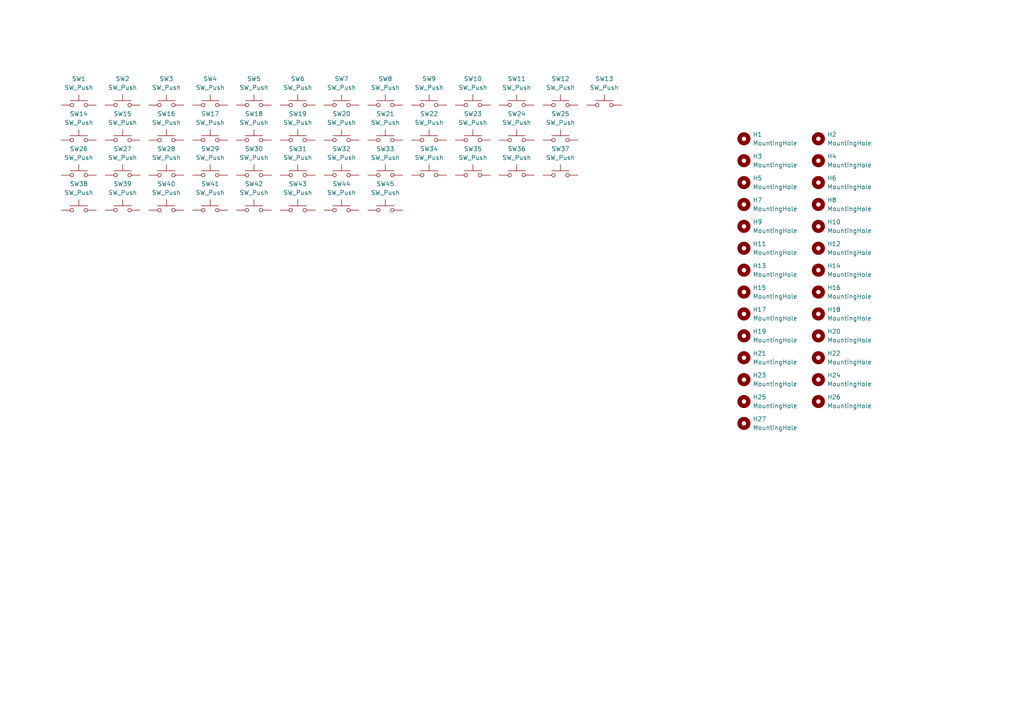
<source format=kicad_sch>
(kicad_sch (version 20230121) (generator eeschema)
  (paper "A4")
  (title_block (title "capybully") (date "2023-07-18") (rev "0.1") (company "sporkus"))
  (lib_symbols
    (symbol "Mechanical:MountingHole" (pin_names (offset 1.016))
      (property "Reference" "H" (at 0 5.08 0))
      (property "Value" "MountingHole" (at 0 3.175 0))
      (symbol "MountingHole_0_1"
        (circle (center 0 0) (radius 1.27) (stroke (width 1.27)))
      )
    )
    (symbol "Switch:SW_Push" (pin_numbers hide) (pin_names (offset 1.016) hide)
      (property "Reference" "SW" (at 1.27 2.54 0))
      (property "Value" "SW_Push" (at 0 -1.524 0))
      (symbol "SW_Push_0_1"
        (circle (center -2.032 0) (radius 0.508))
        (polyline (pts (xy 0 1.27) (xy 0 3.048)))
        (polyline (pts (xy 2.54 1.27) (xy -2.54 1.27)))
        (circle (center 2.032 0) (radius 0.508))
        (pin passive line (at -5.08 0 0) (length 2.54) (name "1") (number "1"))
        (pin passive line (at 5.08 0 180) (length 2.54) (name "2") (number "2"))
      )
    )
  )
  (symbol (lib_id "Switch:SW_Push") (at 137.16 30.48 0) (unit 1)
    (property "Reference" "SW10" (at 137.16 22.86 0))
    (property "Value" "SW_Push" (at 137.16 25.4 0))
    (property "Footprint" "capacitive_sensors:plate_cut_1U_niz" (effects hide))
  )
  (symbol (lib_id "Switch:SW_Push") (at 73.66 30.48 0) (unit 1)
    (property "Reference" "SW5" (at 73.66 22.86 0))
    (property "Value" "SW_Push" (at 73.66 25.4 0))
    (property "Footprint" "capacitive_sensors:plate_cut_1U_niz" (effects hide))
  )
  (symbol (lib_id "Switch:SW_Push") (at 111.76 30.48 0) (unit 1)
    (property "Reference" "SW8" (at 111.76 22.86 0))
    (property "Value" "SW_Push" (at 111.76 25.4 0))
    (property "Footprint" "capacitive_sensors:plate_cut_1U_niz" (effects hide))
  )
  (symbol (lib_id "Switch:SW_Push") (at 22.86 50.8 0) (unit 1)
    (property "Reference" "SW26" (at 22.86 43.18 0))
    (property "Value" "SW_Push" (at 22.86 45.72 0))
    (property "Footprint" "capacitive_sensors:plate_cut_1U_niz" (effects hide))
  )
  (symbol (lib_id "Switch:SW_Push") (at 99.06 50.8 0) (unit 1)
    (property "Reference" "SW32" (at 99.06 43.18 0))
    (property "Value" "SW_Push" (at 99.06 45.72 0))
    (property "Footprint" "capacitive_sensors:plate_cut_1U_niz" (effects hide))
  )
  (symbol (lib_id "Switch:SW_Push") (at 137.16 50.8 0) (unit 1)
    (property "Reference" "SW35" (at 137.16 43.18 0))
    (property "Value" "SW_Push" (at 137.16 45.72 0))
    (property "Footprint" "capacitive_sensors:plate_cut_1U_niz" (effects hide))
  )
  (symbol (lib_id "Switch:SW_Push") (at 60.96 40.64 0) (unit 1)
    (property "Reference" "SW17" (at 60.96 33.02 0))
    (property "Value" "SW_Push" (at 60.96 35.56 0))
    (property "Footprint" "capacitive_sensors:plate_cut_1U_niz" (effects hide))
  )
  (symbol (lib_id "Mechanical:MountingHole") (at 215.773 72.009 0) (unit 1)
    (property "Reference" "H11" (at 218.313 70.739 0) (effects (justify left)))
    (property "Value" "MountingHole" (at 218.313 73.279 0) (effects (justify left)))
    (property "Footprint" "capacitive_sensors:MountingHole_2.2mm_M2" (effects hide))
  )
  (symbol (lib_id "Mechanical:MountingHole") (at 237.363 72.009 0) (unit 1)
    (property "Reference" "H12" (at 239.903 70.739 0) (effects (justify left)))
    (property "Value" "MountingHole" (at 239.903 73.279 0) (effects (justify left)))
    (property "Footprint" "capacitive_sensors:MountingHole_2.2mm_M2" (effects hide))
  )
  (symbol (lib_id "Switch:SW_Push") (at 99.06 40.64 0) (unit 1)
    (property "Reference" "SW20" (at 99.06 33.02 0))
    (property "Value" "SW_Push" (at 99.06 35.56 0))
    (property "Footprint" "capacitive_sensors:plate_cut_1U_niz" (effects hide))
  )
  (symbol (lib_id "Switch:SW_Push") (at 22.86 40.64 0) (unit 1)
    (property "Reference" "SW14" (at 22.86 33.02 0))
    (property "Value" "SW_Push" (at 22.86 35.56 0))
    (property "Footprint" "capacitive_sensors:plate_cut_combo_0.25u_offset_niz" (effects hide))
  )
  (symbol (lib_id "Mechanical:MountingHole") (at 215.773 103.759 0) (unit 1)
    (property "Reference" "H21" (at 218.313 102.489 0) (effects (justify left)))
    (property "Value" "MountingHole" (at 218.313 105.029 0) (effects (justify left)))
    (property "Footprint" "capacitive_sensors:MountingHole_2.2mm_M2" (effects hide))
  )
  (symbol (lib_id "Mechanical:MountingHole") (at 237.363 78.359 0) (unit 1)
    (property "Reference" "H14" (at 239.903 77.089 0) (effects (justify left)))
    (property "Value" "MountingHole" (at 239.903 79.629 0) (effects (justify left)))
    (property "Footprint" "capacitive_sensors:MountingHole_2.2mm_M2" (effects hide))
  )
  (symbol (lib_id "Switch:SW_Push") (at 111.76 40.64 0) (unit 1)
    (property "Reference" "SW21" (at 111.76 33.02 0))
    (property "Value" "SW_Push" (at 111.76 35.56 0))
    (property "Footprint" "capacitive_sensors:plate_cut_1U_niz" (effects hide))
  )
  (symbol (lib_id "Switch:SW_Push") (at 137.16 40.64 0) (unit 1)
    (property "Reference" "SW23" (at 137.16 33.02 0))
    (property "Value" "SW_Push" (at 137.16 35.56 0))
    (property "Footprint" "capacitive_sensors:plate_cut_1U_niz" (effects hide))
  )
  (symbol (lib_id "Switch:SW_Push") (at 162.56 50.8 0) (unit 1)
    (property "Reference" "SW37" (at 162.56 43.18 0))
    (property "Value" "SW_Push" (at 162.56 45.72 0))
    (property "Footprint" "capacitive_sensors:plate_cut_1U_niz" (effects hide))
  )
  (symbol (lib_id "Switch:SW_Push") (at 73.66 50.8 0) (unit 1)
    (property "Reference" "SW30" (at 73.66 43.18 0))
    (property "Value" "SW_Push" (at 73.66 45.72 0))
    (property "Footprint" "capacitive_sensors:plate_cut_1U_niz" (effects hide))
  )
  (symbol (lib_id "Switch:SW_Push") (at 73.66 40.64 0) (unit 1)
    (property "Reference" "SW18" (at 73.66 33.02 0))
    (property "Value" "SW_Push" (at 73.66 35.56 0))
    (property "Footprint" "capacitive_sensors:plate_cut_1U_niz" (effects hide))
  )
  (symbol (lib_id "Switch:SW_Push") (at 175.26 30.48 0) (unit 1)
    (property "Reference" "SW13" (at 175.26 22.86 0))
    (property "Value" "SW_Push" (at 175.26 25.4 0))
    (property "Footprint" "capacitive_sensors:plate_cut_1U_niz" (effects hide))
  )
  (symbol (lib_id "Switch:SW_Push") (at 86.36 60.96 0) (unit 1)
    (property "Reference" "SW43" (at 86.36 53.34 0))
    (property "Value" "SW_Push" (at 86.36 55.88 0))
    (property "Footprint" "capacitive_sensors:plate_cut_1U_niz" (effects hide))
  )
  (symbol (lib_id "Switch:SW_Push") (at 60.96 50.8 0) (unit 1)
    (property "Reference" "SW29" (at 60.96 43.18 0))
    (property "Value" "SW_Push" (at 60.96 45.72 0))
    (property "Footprint" "capacitive_sensors:plate_cut_1U_niz" (effects hide))
  )
  (symbol (lib_id "Switch:SW_Push") (at 35.56 30.48 0) (unit 1)
    (property "Reference" "SW2" (at 35.56 22.86 0))
    (property "Value" "SW_Push" (at 35.56 25.4 0))
    (property "Footprint" "capacitive_sensors:plate_cut_1U_niz" (effects hide))
  )
  (symbol (lib_id "Switch:SW_Push") (at 35.56 50.8 0) (unit 1)
    (property "Reference" "SW27" (at 35.56 43.18 0))
    (property "Value" "SW_Push" (at 35.56 45.72 0))
    (property "Footprint" "capacitive_sensors:plate_cut_1U_niz" (effects hide))
  )
  (symbol (lib_id "Switch:SW_Push") (at 48.26 40.64 0) (unit 1)
    (property "Reference" "SW16" (at 48.26 33.02 0))
    (property "Value" "SW_Push" (at 48.26 35.56 0))
    (property "Footprint" "capacitive_sensors:plate_cut_1U_niz" (effects hide))
  )
  (symbol (lib_id "Switch:SW_Push") (at 86.36 50.8 0) (unit 1)
    (property "Reference" "SW31" (at 86.36 43.18 0))
    (property "Value" "SW_Push" (at 86.36 45.72 0))
    (property "Footprint" "capacitive_sensors:plate_cut_1U_niz" (effects hide))
  )
  (symbol (lib_id "Mechanical:MountingHole") (at 215.773 97.409 0) (unit 1)
    (property "Reference" "H19" (at 218.313 96.139 0) (effects (justify left)))
    (property "Value" "MountingHole" (at 218.313 98.679 0) (effects (justify left)))
    (property "Footprint" "capacitive_sensors:MountingHole_2.2mm_M2" (effects hide))
  )
  (symbol (lib_id "Switch:SW_Push") (at 35.56 60.96 0) (unit 1)
    (property "Reference" "SW39" (at 35.56 53.34 0))
    (property "Value" "SW_Push" (at 35.56 55.88 0))
    (property "Footprint" "capacitive_sensors:plate_cut_1U_niz" (effects hide))
  )
  (symbol (lib_id "Mechanical:MountingHole") (at 215.773 46.609 0) (unit 1)
    (property "Reference" "H3" (at 218.313 45.339 0) (effects (justify left)))
    (property "Value" "MountingHole" (at 218.313 47.879 0) (effects (justify left)))
    (property "Footprint" "capacitive_sensors:MountingHole_2.2mm_M2" (effects hide))
  )
  (symbol (lib_id "Mechanical:MountingHole") (at 215.773 91.059 0) (unit 1)
    (property "Reference" "H17" (at 218.313 89.789 0) (effects (justify left)))
    (property "Value" "MountingHole" (at 218.313 92.329 0) (effects (justify left)))
    (property "Footprint" "capacitive_sensors:MountingHole_2.2mm_M2" (effects hide))
  )
  (symbol (lib_id "Mechanical:MountingHole") (at 237.363 46.609 0) (unit 1)
    (property "Reference" "H4" (at 239.903 45.339 0) (effects (justify left)))
    (property "Value" "MountingHole" (at 239.903 47.879 0) (effects (justify left)))
    (property "Footprint" "capacitive_sensors:MountingHole_2.2mm_M2" (effects hide))
  )
  (symbol (lib_id "Mechanical:MountingHole") (at 237.363 91.059 0) (unit 1)
    (property "Reference" "H18" (at 239.903 89.789 0) (effects (justify left)))
    (property "Value" "MountingHole" (at 239.903 92.329 0) (effects (justify left)))
    (property "Footprint" "capacitive_sensors:MountingHole_2.2mm_M2" (effects hide))
  )
  (symbol (lib_id "Mechanical:MountingHole") (at 215.773 78.359 0) (unit 1)
    (property "Reference" "H13" (at 218.313 77.089 0) (effects (justify left)))
    (property "Value" "MountingHole" (at 218.313 79.629 0) (effects (justify left)))
    (property "Footprint" "capacitive_sensors:MountingHole_2.2mm_M2" (effects hide))
  )
  (symbol (lib_id "Mechanical:MountingHole") (at 237.363 97.409 0) (unit 1)
    (property "Reference" "H20" (at 239.903 96.139 0) (effects (justify left)))
    (property "Value" "MountingHole" (at 239.903 98.679 0) (effects (justify left)))
    (property "Footprint" "capacitive_sensors:MountingHole_2.2mm_M2" (effects hide))
  )
  (symbol (lib_id "Mechanical:MountingHole") (at 237.363 52.959 0) (unit 1)
    (property "Reference" "H6" (at 239.903 51.689 0) (effects (justify left)))
    (property "Value" "MountingHole" (at 239.903 54.229 0) (effects (justify left)))
    (property "Footprint" "capacitive_sensors:MountingHole_2.2mm_M2" (effects hide))
  )
  (symbol (lib_id "Switch:SW_Push") (at 149.86 30.48 0) (unit 1)
    (property "Reference" "SW11" (at 149.86 22.86 0))
    (property "Value" "SW_Push" (at 149.86 25.4 0))
    (property "Footprint" "capacitive_sensors:plate_cut_1U_niz" (effects hide))
  )
  (symbol (lib_id "Mechanical:MountingHole") (at 215.773 122.809 0) (unit 1)
    (property "Reference" "H27" (at 218.313 121.539 0) (effects (justify left)))
    (property "Value" "MountingHole" (at 218.313 124.079 0) (effects (justify left)))
    (property "Footprint" "capacitive_sensors:MountingHole_2.2mm_M2" (effects hide))
  )
  (symbol (lib_id "Mechanical:MountingHole") (at 215.773 59.309 0) (unit 1)
    (property "Reference" "H7" (at 218.313 58.039 0) (effects (justify left)))
    (property "Value" "MountingHole" (at 218.313 60.579 0) (effects (justify left)))
    (property "Footprint" "capacitive_sensors:MountingHole_2.2mm_M2" (effects hide))
  )
  (symbol (lib_id "Switch:SW_Push") (at 48.26 60.96 0) (unit 1)
    (property "Reference" "SW40" (at 48.26 53.34 0))
    (property "Value" "SW_Push" (at 48.26 55.88 0))
    (property "Footprint" "capacitive_sensors:plate_cut_1U_niz" (effects hide))
  )
  (symbol (lib_id "Switch:SW_Push") (at 162.56 30.48 0) (unit 1)
    (property "Reference" "SW12" (at 162.56 22.86 0))
    (property "Value" "SW_Push" (at 162.56 25.4 0))
    (property "Footprint" "capacitive_sensors:plate_cut_1U_niz" (effects hide))
  )
  (symbol (lib_id "Switch:SW_Push") (at 99.06 30.48 0) (unit 1)
    (property "Reference" "SW7" (at 99.06 22.86 0))
    (property "Value" "SW_Push" (at 99.06 25.4 0))
    (property "Footprint" "capacitive_sensors:plate_cut_1U_niz" (effects hide))
  )
  (symbol (lib_id "Switch:SW_Push") (at 22.86 60.96 0) (unit 1)
    (property "Reference" "SW38" (at 22.86 53.34 0))
    (property "Value" "SW_Push" (at 22.86 55.88 0))
    (property "Footprint" "capacitive_sensors:plate_cut_1U_niz" (effects hide))
  )
  (symbol (lib_id "Mechanical:MountingHole") (at 237.363 65.659 0) (unit 1)
    (property "Reference" "H10" (at 239.903 64.389 0) (effects (justify left)))
    (property "Value" "MountingHole" (at 239.903 66.929 0) (effects (justify left)))
    (property "Footprint" "capacitive_sensors:MountingHole_2.2mm_M2" (effects hide))
  )
  (symbol (lib_id "Mechanical:MountingHole") (at 237.363 110.109 0) (unit 1)
    (property "Reference" "H24" (at 239.903 108.839 0) (effects (justify left)))
    (property "Value" "MountingHole" (at 239.903 111.379 0) (effects (justify left)))
    (property "Footprint" "capacitive_sensors:MountingHole_2.2mm_M2" (effects hide))
  )
  (symbol (lib_id "Switch:SW_Push") (at 149.86 50.8 0) (unit 1)
    (property "Reference" "SW36" (at 149.86 43.18 0))
    (property "Value" "SW_Push" (at 149.86 45.72 0))
    (property "Footprint" "capacitive_sensors:plate_cut_1U_niz" (effects hide))
  )
  (symbol (lib_id "Switch:SW_Push") (at 73.66 60.96 0) (unit 1)
    (property "Reference" "SW42" (at 73.66 53.34 0))
    (property "Value" "SW_Push" (at 73.66 55.88 0))
    (property "Footprint" "capacitive_sensors:plate_cut_1U_niz" (effects hide))
  )
  (symbol (lib_id "Mechanical:MountingHole") (at 215.773 110.109 0) (unit 1)
    (property "Reference" "H23" (at 218.313 108.839 0) (effects (justify left)))
    (property "Value" "MountingHole" (at 218.313 111.379 0) (effects (justify left)))
    (property "Footprint" "capacitive_sensors:MountingHole_2.2mm_M2" (effects hide))
  )
  (symbol (lib_id "Switch:SW_Push") (at 48.26 50.8 0) (unit 1)
    (property "Reference" "SW28" (at 48.26 43.18 0))
    (property "Value" "SW_Push" (at 48.26 45.72 0))
    (property "Footprint" "capacitive_sensors:plate_cut_1U_niz" (effects hide))
  )
  (symbol (lib_id "Mechanical:MountingHole") (at 215.773 84.709 0) (unit 1)
    (property "Reference" "H15" (at 218.313 83.439 0) (effects (justify left)))
    (property "Value" "MountingHole" (at 218.313 85.979 0) (effects (justify left)))
    (property "Footprint" "capacitive_sensors:MountingHole_2.2mm_M2" (effects hide))
  )
  (symbol (lib_id "Switch:SW_Push") (at 60.96 30.48 0) (unit 1)
    (property "Reference" "SW4" (at 60.96 22.86 0))
    (property "Value" "SW_Push" (at 60.96 25.4 0))
    (property "Footprint" "capacitive_sensors:plate_cut_1U_niz" (effects hide))
  )
  (symbol (lib_id "Switch:SW_Push") (at 124.46 30.48 0) (unit 1)
    (property "Reference" "SW9" (at 124.46 22.86 0))
    (property "Value" "SW_Push" (at 124.46 25.4 0))
    (property "Footprint" "capacitive_sensors:plate_cut_1U_niz" (effects hide))
  )
  (symbol (lib_id "Mechanical:MountingHole") (at 237.363 116.459 0) (unit 1)
    (property "Reference" "H26" (at 239.903 115.189 0) (effects (justify left)))
    (property "Value" "MountingHole" (at 239.903 117.729 0) (effects (justify left)))
    (property "Footprint" "capacitive_sensors:MountingHole_2.2mm_M2" (effects hide))
  )
  (symbol (lib_id "Switch:SW_Push") (at 35.56 40.64 0) (unit 1)
    (property "Reference" "SW15" (at 35.56 33.02 0))
    (property "Value" "SW_Push" (at 35.56 35.56 0))
    (property "Footprint" "capacitive_sensors:plate_cut_1U_niz" (effects hide))
  )
  (symbol (lib_id "Switch:SW_Push") (at 86.36 40.64 0) (unit 1)
    (property "Reference" "SW19" (at 86.36 33.02 0))
    (property "Value" "SW_Push" (at 86.36 35.56 0))
    (property "Footprint" "capacitive_sensors:plate_cut_1U_niz" (effects hide))
  )
  (symbol (lib_id "Switch:SW_Push") (at 111.76 50.8 0) (unit 1)
    (property "Reference" "SW33" (at 111.76 43.18 0))
    (property "Value" "SW_Push" (at 111.76 45.72 0))
    (property "Footprint" "capacitive_sensors:plate_cut_1U_niz" (effects hide))
  )
  (symbol (lib_id "Mechanical:MountingHole") (at 215.773 52.959 0) (unit 1)
    (property "Reference" "H5" (at 218.313 51.689 0) (effects (justify left)))
    (property "Value" "MountingHole" (at 218.313 54.229 0) (effects (justify left)))
    (property "Footprint" "capacitive_sensors:MountingHole_2.2mm_M2" (effects hide))
  )
  (symbol (lib_id "Mechanical:MountingHole") (at 215.773 65.659 0) (unit 1)
    (property "Reference" "H9" (at 218.313 64.389 0) (effects (justify left)))
    (property "Value" "MountingHole" (at 218.313 66.929 0) (effects (justify left)))
    (property "Footprint" "capacitive_sensors:MountingHole_2.2mm_M2" (effects hide))
  )
  (symbol (lib_id "Switch:SW_Push") (at 22.86 30.48 0) (unit 1)
    (property "Reference" "SW1" (at 22.86 22.86 0))
    (property "Value" "SW_Push" (at 22.86 25.4 0))
    (property "Footprint" "capacitive_sensors:plate_cut_1U_niz" (effects hide))
  )
  (symbol (lib_id "Mechanical:MountingHole") (at 237.363 40.259 0) (unit 1)
    (property "Reference" "H2" (at 239.903 38.989 0) (effects (justify left)))
    (property "Value" "MountingHole" (at 239.903 41.529 0) (effects (justify left)))
    (property "Footprint" "capacitive_sensors:MountingHole_2.2mm_M2" (effects hide))
  )
  (symbol (lib_id "Mechanical:MountingHole") (at 215.773 116.459 0) (unit 1)
    (property "Reference" "H25" (at 218.313 115.189 0) (effects (justify left)))
    (property "Value" "MountingHole" (at 218.313 117.729 0) (effects (justify left)))
    (property "Footprint" "capacitive_sensors:MountingHole_2.2mm_M2" (effects hide))
  )
  (symbol (lib_id "Switch:SW_Push") (at 124.46 50.8 0) (unit 1)
    (property "Reference" "SW34" (at 124.46 43.18 0))
    (property "Value" "SW_Push" (at 124.46 45.72 0))
    (property "Footprint" "capacitive_sensors:plate_cut_1U_niz" (effects hide))
  )
  (symbol (lib_id "Switch:SW_Push") (at 86.36 30.48 0) (unit 1)
    (property "Reference" "SW6" (at 86.36 22.86 0))
    (property "Value" "SW_Push" (at 86.36 25.4 0))
    (property "Footprint" "capacitive_sensors:plate_cut_1U_niz" (effects hide))
  )
  (symbol (lib_id "Switch:SW_Push") (at 162.56 40.64 0) (unit 1)
    (property "Reference" "SW25" (at 162.56 33.02 0))
    (property "Value" "SW_Push" (at 162.56 35.56 0))
    (property "Footprint" "capacitive_sensors:plate_cut_1U_niz" (effects hide))
  )
  (symbol (lib_id "Switch:SW_Push") (at 48.26 30.48 0) (unit 1)
    (property "Reference" "SW3" (at 48.26 22.86 0))
    (property "Value" "SW_Push" (at 48.26 25.4 0))
    (property "Footprint" "capacitive_sensors:plate_cut_1U_niz" (effects hide))
  )
  (symbol (lib_id "Switch:SW_Push") (at 124.46 40.64 0) (unit 1)
    (property "Reference" "SW22" (at 124.46 33.02 0))
    (property "Value" "SW_Push" (at 124.46 35.56 0))
    (property "Footprint" "capacitive_sensors:plate_cut_1U_niz" (effects hide))
  )
  (symbol (lib_id "Switch:SW_Push") (at 99.06 60.96 0) (unit 1)
    (property "Reference" "SW44" (at 99.06 53.34 0))
    (property "Value" "SW_Push" (at 99.06 55.88 0))
    (property "Footprint" "capacitive_sensors:plate_cut_1U_niz" (effects hide))
  )
  (symbol (lib_id "Mechanical:MountingHole") (at 237.363 103.759 0) (unit 1)
    (property "Reference" "H22" (at 239.903 102.489 0) (effects (justify left)))
    (property "Value" "MountingHole" (at 239.903 105.029 0) (effects (justify left)))
    (property "Footprint" "capacitive_sensors:MountingHole_2.2mm_M2" (effects hide))
  )
  (symbol (lib_id "Switch:SW_Push") (at 111.76 60.96 0) (unit 1)
    (property "Reference" "SW45" (at 111.76 53.34 0))
    (property "Value" "SW_Push" (at 111.76 55.88 0))
    (property "Footprint" "capacitive_sensors:plate_cut_1U_niz" (effects hide))
  )
  (symbol (lib_id "Switch:SW_Push") (at 60.96 60.96 0) (unit 1)
    (property "Reference" "SW41" (at 60.96 53.34 0))
    (property "Value" "SW_Push" (at 60.96 55.88 0))
    (property "Footprint" "capacitive_sensors:plate_cut_1U_niz" (effects hide))
  )
  (symbol (lib_id "Mechanical:MountingHole") (at 215.773 40.259 0) (unit 1)
    (property "Reference" "H1" (at 218.313 38.989 0) (effects (justify left)))
    (property "Value" "MountingHole" (at 218.313 41.529 0) (effects (justify left)))
    (property "Footprint" "capacitive_sensors:MountingHole_2.2mm_M2" (effects hide))
  )
  (symbol (lib_id "Mechanical:MountingHole") (at 237.363 59.309 0) (unit 1)
    (property "Reference" "H8" (at 239.903 58.039 0) (effects (justify left)))
    (property "Value" "MountingHole" (at 239.903 60.579 0) (effects (justify left)))
    (property "Footprint" "capacitive_sensors:MountingHole_2.2mm_M2" (effects hide))
  )
  (symbol (lib_id "Mechanical:MountingHole") (at 237.363 84.709 0) (unit 1)
    (property "Reference" "H16" (at 239.903 83.439 0) (effects (justify left)))
    (property "Value" "MountingHole" (at 239.903 85.979 0) (effects (justify left)))
    (property "Footprint" "capacitive_sensors:MountingHole_2.2mm_M2" (effects hide))
  )
  (symbol (lib_id "Switch:SW_Push") (at 149.86 40.64 0) (unit 1)
    (property "Reference" "SW24" (at 149.86 33.02 0))
    (property "Value" "SW_Push" (at 149.86 35.56 0))
    (property "Footprint" "capacitive_sensors:plate_cut_1U_niz" (effects hide))
  )
)
</source>
